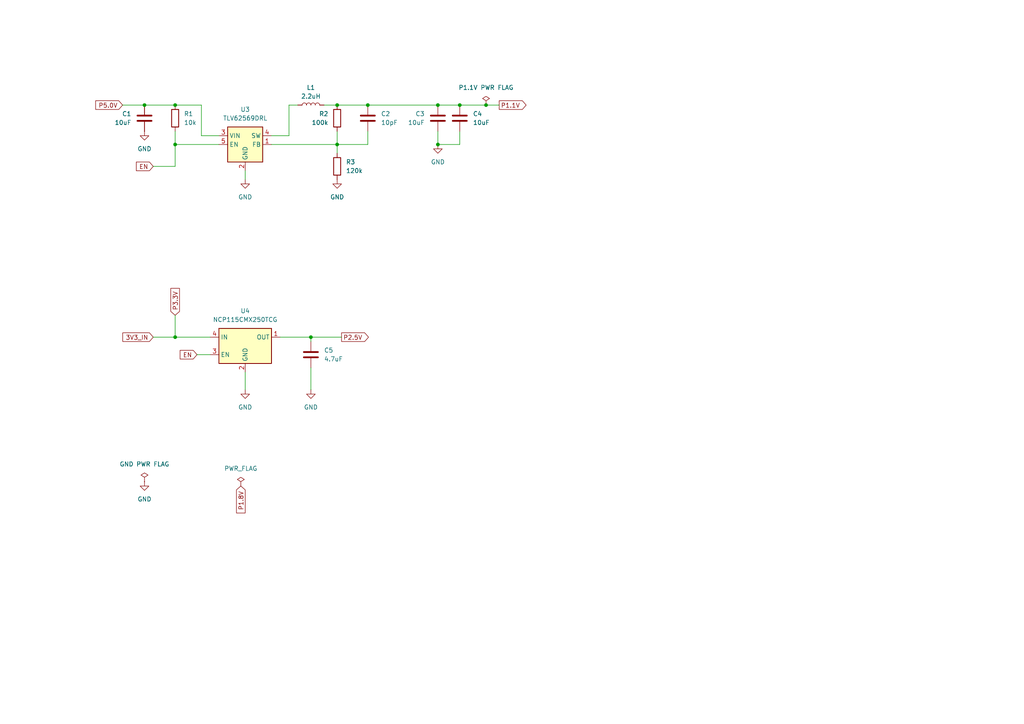
<source format=kicad_sch>
(kicad_sch (version 20231120) (generator "eeschema") (generator_version "8.0")
  (paper "A4")
  (title_block (title "HydraSucréLA"))
  (lib_symbols
    (symbol "Device:C" (pin_numbers hide) (pin_names (offset 0.254))
      (property "Reference" "C" (at 0.635 2.54 0))
      (property "Value" "C" (at 0.635 -2.54 0))
      (symbol "C_0_1"
        (polyline (pts (xy -2.032 -0.762) (xy 2.032 -0.762)) (stroke (width 0.508)))
        (polyline (pts (xy -2.032 0.762) (xy 2.032 0.762)) (stroke (width 0.508)))
      )
      (symbol "C_1_1"
        (pin passive line (at 0 3.81 270) (length 2.794) (name "~") (number "1"))
        (pin passive line (at 0 -3.81 90) (length 2.794) (name "~") (number "2"))
      )
    )
    (symbol "Device:L" (pin_numbers hide) (pin_names (offset 1.016) hide)
      (property "Reference" "L" (at -1.27 0 90))
      (property "Value" "L" (at 1.905 0 90))
      (symbol "L_0_1"
        (arc (start 0 -2.54) (mid 0.6323 -1.905) (end 0 -1.27))
        (arc (start 0 -1.27) (mid 0.6323 -0.635) (end 0 0))
        (arc (start 0 0) (mid 0.6323 0.635) (end 0 1.27))
        (arc (start 0 1.27) (mid 0.6323 1.905) (end 0 2.54))
      )
      (symbol "L_1_1"
        (pin passive line (at 0 3.81 270) (length 1.27) (name "1") (number "1"))
        (pin passive line (at 0 -3.81 90) (length 1.27) (name "2") (number "2"))
      )
    )
    (symbol "Device:R" (pin_numbers hide) (pin_names (offset 0))
      (property "Reference" "R" (at 2.032 0 90))
      (property "Value" "R" (at 0 0 90))
      (symbol "R_0_1"
        (rectangle (start -1.016 -2.54) (end 1.016 2.54) (stroke (width 0.254)))
      )
      (symbol "R_1_1"
        (pin passive line (at 0 3.81 270) (length 1.27) (name "~") (number "1"))
        (pin passive line (at 0 -3.81 90) (length 1.27) (name "~") (number "2"))
      )
    )
    (symbol "Regulator_Linear:NCP115AMX250TCG"
      (property "Reference" "U" (at 2.54 10.16 0))
      (property "Value" "NCP115AMX250TCG" (at 10.16 7.62 0))
      (symbol "NCP115AMX250TCG_0_1"
        (rectangle (start -7.62 5.08) (end 7.62 -5.08) (stroke (width 0.254)) (fill (type background)))
      )
      (symbol "NCP115AMX250TCG_1_1"
        (pin power_out line (at 10.16 2.54 180) (length 2.54) (name "OUT") (number "1"))
        (pin power_in line (at 0 -7.62 90) (length 2.54) (name "GND") (number "2"))
        (pin input line (at -10.16 -2.54 0) (length 2.54) (name "EN") (number "3"))
        (pin power_in line (at -10.16 2.54 0) (length 2.54) (name "IN") (number "4"))
        (pin passive line (at 0 -7.62 90) (length 2.54) hide (name "GND") (number "5"))
      )
    )
    (symbol "Regulator_Switching:TLV62569DRL"
      (property "Reference" "U" (at -5.08 6.35 0))
      (property "Value" "TLV62569DRL" (at 0 6.35 0))
      (symbol "TLV62569DRL_0_1"
        (rectangle (start -5.08 5.08) (end 5.08 -5.08) (stroke (width 0.254)) (fill (type background)))
      )
      (symbol "TLV62569DRL_1_1"
        (pin input line (at 7.62 0 180) (length 2.54) (name "FB") (number "1"))
        (pin power_in line (at 0 -7.62 90) (length 2.54) (name "GND") (number "2"))
        (pin power_in line (at -7.62 2.54 0) (length 2.54) (name "VIN") (number "3"))
        (pin power_out line (at 7.62 2.54 180) (length 2.54) (name "SW") (number "4"))
        (pin input line (at -7.62 0 0) (length 2.54) (name "EN") (number "5"))
        (pin no_connect line (at 5.08 -2.54 180) (length 2.54) hide (name "NC") (number "6"))
      )
    )
    (symbol "power:GND" (power) (pin_numbers hide) (pin_names (offset 0) hide)
      (property "Value" "GND" (at 0 -3.81 0))
      (symbol "GND_0_1"
        (polyline (pts (xy 0 0) (xy 0 -1.27) (xy 1.27 -1.27) (xy 0 -2.54) (xy -1.27 -1.27) (xy 0 -1.27)))
      )
      (symbol "GND_1_1"
        (pin power_in line (at 0 0 270) (length 0) (name "~") (number "1"))
      )
    )
    (symbol "power:PWR_FLAG" (power) (pin_numbers hide) (pin_names (offset 0) hide)
      (property "Value" "PWR_FLAG" (at 0 3.81 0))
      (symbol "PWR_FLAG_0_0"
        (pin power_out line (at 0 0 90) (length 0) (name "~") (number "1"))
      )
      (symbol "PWR_FLAG_0_1"
        (polyline (pts (xy 0 0) (xy 0 1.27) (xy -1.016 1.905) (xy 0 2.54) (xy 1.016 1.905) (xy 0 1.27)))
      )
    )
  )
  (junction (at 50.8 30.48))
  (junction (at 133.35 30.48))
  (junction (at 90.17 97.79))
  (junction (at 41.91 30.48))
  (junction (at 50.8 97.79))
  (junction (at 127 30.48))
  (junction (at 127 41.91))
  (junction (at 50.8 41.91))
  (junction (at 97.79 30.48))
  (junction (at 97.79 41.91))
  (junction (at 140.97 30.48))
  (junction (at 106.68 30.48))
  (wire (pts (xy 106.68 38.1) (xy 106.68 41.91)))
  (wire (pts (xy 78.74 39.37) (xy 83.82 39.37)))
  (wire (pts (xy 50.8 41.91) (xy 63.5 41.91)))
  (wire (pts (xy 97.79 41.91) (xy 97.79 38.1)))
  (wire (pts (xy 57.15 102.87) (xy 60.96 102.87)))
  (wire (pts (xy 35.56 30.48) (xy 41.91 30.48)))
  (wire (pts (xy 133.35 30.48) (xy 140.97 30.48)))
  (wire (pts (xy 97.79 41.91) (xy 97.79 44.45)))
  (wire (pts (xy 50.8 30.48) (xy 58.42 30.48)))
  (wire (pts (xy 71.12 49.53) (xy 71.12 52.07)))
  (wire (pts (xy 127 30.48) (xy 133.35 30.48)))
  (wire (pts (xy 83.82 39.37) (xy 83.82 30.48)))
  (wire (pts (xy 97.79 30.48) (xy 106.68 30.48)))
  (wire (pts (xy 90.17 97.79) (xy 99.06 97.79)))
  (wire (pts (xy 50.8 48.26) (xy 44.45 48.26)))
  (wire (pts (xy 50.8 38.1) (xy 50.8 41.91)))
  (wire (pts (xy 140.97 30.48) (xy 144.78 30.48)))
  (wire (pts (xy 93.98 30.48) (xy 97.79 30.48)))
  (wire (pts (xy 44.45 97.79) (xy 50.8 97.79)))
  (wire (pts (xy 90.17 106.68) (xy 90.17 113.03)))
  (wire (pts (xy 133.35 41.91) (xy 127 41.91)))
  (wire (pts (xy 106.68 41.91) (xy 97.79 41.91)))
  (wire (pts (xy 50.8 91.44) (xy 50.8 97.79)))
  (wire (pts (xy 78.74 41.91) (xy 97.79 41.91)))
  (wire (pts (xy 58.42 39.37) (xy 63.5 39.37)))
  (wire (pts (xy 90.17 97.79) (xy 90.17 99.06)))
  (wire (pts (xy 106.68 30.48) (xy 127 30.48)))
  (wire (pts (xy 83.82 30.48) (xy 86.36 30.48)))
  (wire (pts (xy 81.28 97.79) (xy 90.17 97.79)))
  (wire (pts (xy 41.91 30.48) (xy 50.8 30.48)))
  (wire (pts (xy 50.8 41.91) (xy 50.8 48.26)))
  (wire (pts (xy 71.12 107.95) (xy 71.12 113.03)))
  (wire (pts (xy 50.8 97.79) (xy 60.96 97.79)))
  (wire (pts (xy 127 38.1) (xy 127 41.91)))
  (wire (pts (xy 58.42 30.48) (xy 58.42 39.37)))
  (wire (pts (xy 133.35 38.1) (xy 133.35 41.91)))
  (global_label "P1.1V" (shape output) (at 144.78 30.48 0) (property "Intersheetrefs" "${INTERSHEET_REFS}" (effects (hide yes))))
  (global_label "P3.3V" (shape input) (at 50.8 91.44 90) (property "Intersheetrefs" "${INTERSHEET_REFS}" (effects (hide yes))))
  (global_label "EN" (shape input) (at 57.15 102.87 180) (property "Intersheetrefs" "${INTERSHEET_REFS}" (effects (hide yes))))
  (global_label "P5.0V" (shape input) (at 35.56 30.48 180) (property "Intersheetrefs" "${INTERSHEET_REFS}" (effects (hide yes))))
  (global_label "EN" (shape input) (at 44.45 48.26 180) (property "Intersheetrefs" "${INTERSHEET_REFS}" (effects (hide yes))))
  (global_label "3V3_IN" (shape input) (at 44.45 97.79 180) (property "Intersheetrefs" "${INTERSHEET_REFS}" (effects (hide yes))))
  (global_label "P1.8V" (shape input) (at 69.85 140.97 270) (property "Intersheetrefs" "${INTERSHEET_REFS}" (effects (hide yes))))
  (global_label "P2.5V" (shape output) (at 99.06 97.79 0) (property "Intersheetrefs" "${INTERSHEET_REFS}" (effects (hide yes))))
  (symbol (lib_id "power:GND") (at 97.79 52.07 0) (unit 1)
    (property "Reference" "#PWR04" (effects (hide yes)))
    (property "Value" "GND" (at 97.79 57.15 0))
    (property "Description" "Power symbol creates a global label with name \"GND\" , ground" (effects (hide yes)))
  )
  (symbol (lib_id "power:PWR_FLAG") (at 41.91 139.7 0) (unit 1)
    (property "Reference" "#FLG05" (effects (hide yes)))
    (property "Value" "GND PWR FLAG" (at 41.91 134.62 0))
    (property "Description" "Special symbol for telling ERC where power comes from" (effects (hide yes)))
  )
  (symbol (lib_id "power:GND") (at 90.17 113.03 0) (unit 1)
    (property "Reference" "#PWR07" (effects (hide yes)))
    (property "Value" "GND" (at 90.17 118.11 0))
    (property "Description" "Power symbol creates a global label with name \"GND\" , ground" (effects (hide yes)))
  )
  (symbol (lib_id "Device:C") (at 127 34.29 0) (mirror x) (unit 1)
    (property "Reference" "C3" (at 123.19 33.0199 0) (effects (justify right)))
    (property "Value" "10uF" (at 123.19 35.5599 0) (effects (justify right)))
    (property "Footprint" "Capacitor_SMD:C_0603_1608Metric_Pad1.08x0.95mm_HandSolder" (effects (hide yes)))
    (property "Description" "Unpolarized capacitor" (effects (hide yes)))
  )
  (symbol (lib_id "power:PWR_FLAG") (at 140.97 30.48 0) (unit 1)
    (property "Reference" "#FLG03" (effects (hide yes)))
    (property "Value" "P1.1V PWR FLAG" (at 140.97 25.4 0))
    (property "Description" "Special symbol for telling ERC where power comes from" (effects (hide yes)))
  )
  (symbol (lib_id "Device:C") (at 133.35 34.29 180) (unit 1)
    (property "Reference" "C4" (at 137.16 33.0199 0) (effects (justify right)))
    (property "Value" "10uF" (at 137.16 35.5599 0) (effects (justify right)))
    (property "Footprint" "Capacitor_SMD:C_0603_1608Metric_Pad1.08x0.95mm_HandSolder" (effects (hide yes)))
    (property "Description" "Unpolarized capacitor" (effects (hide yes)))
  )
  (symbol (lib_id "Device:R") (at 97.79 48.26 0) (unit 1)
    (property "Reference" "R3" (at 100.33 46.9899 0) (effects (justify left)))
    (property "Value" "120k" (at 100.33 49.5299 0) (effects (justify left)))
    (property "Footprint" "Resistor_SMD:R_0603_1608Metric_Pad0.98x0.95mm_HandSolder" (effects (hide yes)))
    (property "Description" "Resistor" (effects (hide yes)))
  )
  (symbol (lib_id "Device:R") (at 50.8 34.29 0) (unit 1)
    (property "Reference" "R1" (at 53.34 33.0199 0) (effects (justify left)))
    (property "Value" "10k" (at 53.34 35.5599 0) (effects (justify left)))
    (property "Footprint" "Resistor_SMD:R_0603_1608Metric_Pad0.98x0.95mm_HandSolder" (effects (hide yes)))
    (property "Description" "Resistor" (effects (hide yes)))
  )
  (symbol (lib_id "power:GND") (at 41.91 139.7 0) (unit 1)
    (property "Reference" "#PWR017" (effects (hide yes)))
    (property "Value" "GND" (at 41.91 144.78 0))
    (property "Description" "Power symbol creates a global label with name \"GND\" , ground" (effects (hide yes)))
  )
  (symbol (lib_id "power:GND") (at 71.12 113.03 0) (unit 1)
    (property "Reference" "#PWR06" (effects (hide yes)))
    (property "Value" "GND" (at 71.12 118.11 0))
    (property "Description" "Power symbol creates a global label with name \"GND\" , ground" (effects (hide yes)))
  )
  (symbol (lib_id "power:PWR_FLAG") (at 69.85 140.97 0) (unit 1)
    (property "Reference" "#FLG04" (effects (hide yes)))
    (property "Value" "PWR_FLAG" (at 69.85 135.89 0))
    (property "Description" "Special symbol for telling ERC where power comes from" (effects (hide yes)))
  )
  (symbol (lib_id "Regulator_Linear:NCP115AMX250TCG") (at 71.12 100.33 0) (unit 1)
    (property "Reference" "U4" (at 71.12 90.17 0))
    (property "Value" "NCP115CMX250TCG" (at 71.12 92.71 0))
    (property "Footprint" "Package_DFN_QFN:OnSemi_XDFN4-1EP_1.0x1.0mm_EP0.52x0.52mm" (effects (hide yes)))
    (property "Datasheet" "https://www.onsemi.com/pub/Collateral/NCP115-D.PDF" (effects (hide yes)))
    (property "Description" "300mA Low-Dropout Linear Regulators, 2.5V output voltage, LDO with low noise and enable pin, XDFN-4" (effects (hide yes)))
  )
  (symbol (lib_id "Device:C") (at 41.91 34.29 0) (mirror y) (unit 1)
    (property "Reference" "C1" (at 38.1 33.0199 0) (effects (justify left)))
    (property "Value" "10uF" (at 38.1 35.5599 0) (effects (justify left)))
    (property "Footprint" "Capacitor_SMD:C_0603_1608Metric_Pad1.08x0.95mm_HandSolder" (effects (hide yes)))
    (property "Description" "Unpolarized capacitor" (effects (hide yes)))
  )
  (symbol (lib_id "Device:R") (at 97.79 34.29 0) (mirror y) (unit 1)
    (property "Reference" "R2" (at 95.25 33.0199 0) (effects (justify left)))
    (property "Value" "100k" (at 95.25 35.5599 0) (effects (justify left)))
    (property "Footprint" "Resistor_SMD:R_0603_1608Metric_Pad0.98x0.95mm_HandSolder" (effects (hide yes)))
    (property "Description" "Resistor" (effects (hide yes)))
  )
  (symbol (lib_id "Device:L") (at 90.17 30.48 90) (unit 1)
    (property "Reference" "L1" (at 90.17 25.4 90))
    (property "Value" "2.2uH" (at 90.17 27.94 90))
    (property "Footprint" "Inductor_SMD:L_0603_1608Metric_Pad1.05x0.95mm_HandSolder" (effects (hide yes)))
    (property "Description" "Inductor" (effects (hide yes)))
  )
  (symbol (lib_id "power:GND") (at 71.12 52.07 0) (unit 1)
    (property "Reference" "#PWR03" (effects (hide yes)))
    (property "Value" "GND" (at 71.12 57.15 0))
    (property "Description" "Power symbol creates a global label with name \"GND\" , ground" (effects (hide yes)))
  )
  (symbol (lib_id "Regulator_Switching:TLV62569DRL") (at 71.12 41.91 0) (unit 1)
    (property "Reference" "U3" (at 71.12 31.75 0))
    (property "Value" "TLV62569DRL" (at 71.12 34.29 0))
    (property "Footprint" "Package_TO_SOT_SMD:SOT-563" (effects (hide yes)))
    (property "Datasheet" "http://www.ti.com/lit/ds/symlink/tlv62569.pdf" (effects (hide yes)))
    (property "Description" "High Efficiency Synchronous Buck Converter, Adjustable Output 0.6V-5.5V, 2A, SOT-563-6" (effects (hide yes)))
  )
  (symbol (lib_id "power:GND") (at 127 41.91 0) (unit 1)
    (property "Reference" "#PWR05" (effects (hide yes)))
    (property "Value" "GND" (at 127 46.99 0))
    (property "Description" "Power symbol creates a global label with name \"GND\" , ground" (effects (hide yes)))
  )
  (symbol (lib_id "Device:C") (at 90.17 102.87 0) (unit 1)
    (property "Reference" "C5" (at 93.98 101.5999 0) (effects (justify left)))
    (property "Value" "4.7uF" (at 93.98 104.1399 0) (effects (justify left)))
    (property "Footprint" "Capacitor_SMD:C_0603_1608Metric_Pad1.08x0.95mm_HandSolder" (effects (hide yes)))
    (property "Description" "Unpolarized capacitor" (effects (hide yes)))
  )
  (symbol (lib_id "power:GND") (at 41.91 38.1 0) (unit 1)
    (property "Reference" "#PWR02" (effects (hide yes)))
    (property "Value" "GND" (at 41.91 43.18 0))
    (property "Description" "Power symbol creates a global label with name \"GND\" , ground" (effects (hide yes)))
  )
  (symbol (lib_id "Device:C") (at 106.68 34.29 180) (unit 1)
    (property "Reference" "C2" (at 110.49 33.0199 0) (effects (justify right)))
    (property "Value" "10pF" (at 110.49 35.5599 0) (effects (justify right)))
    (property "Footprint" "Capacitor_SMD:C_0603_1608Metric_Pad1.08x0.95mm_HandSolder" (effects (hide yes)))
    (property "Description" "Unpolarized capacitor" (effects (hide yes)))
  )
)
</source>
